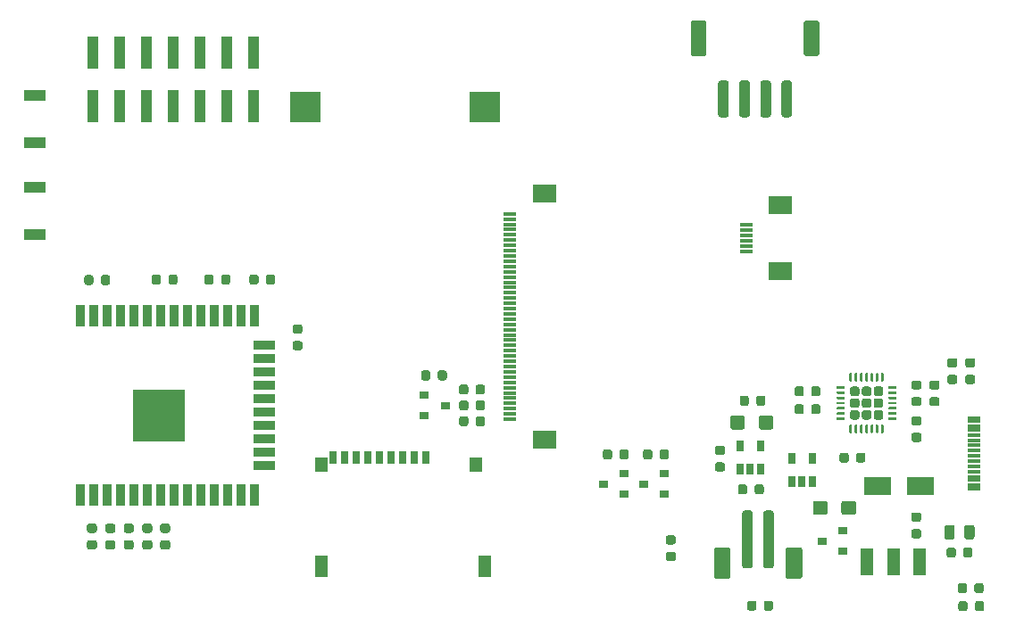
<source format=gtp>
G04 #@! TF.GenerationSoftware,KiCad,Pcbnew,(5.1.6-0)*
G04 #@! TF.CreationDate,2022-04-06T12:43:26+02:00*
G04 #@! TF.ProjectId,ESP32_TFT_bridgedpads,45535033-325f-4544-9654-5f6272696467,rev?*
G04 #@! TF.SameCoordinates,Original*
G04 #@! TF.FileFunction,Paste,Top*
G04 #@! TF.FilePolarity,Positive*
%FSLAX46Y46*%
G04 Gerber Fmt 4.6, Leading zero omitted, Abs format (unit mm)*
G04 Created by KiCad (PCBNEW (5.1.6-0)) date 2022-04-06 12:43:26*
%MOMM*%
%LPD*%
G01*
G04 APERTURE LIST*
%ADD10R,1.250000X2.500000*%
%ADD11R,1.150000X0.300000*%
%ADD12R,3.000000X3.000000*%
%ADD13R,0.900000X0.800000*%
%ADD14R,1.000000X3.150000*%
%ADD15R,2.200000X1.800000*%
%ADD16R,1.300000X0.300000*%
%ADD17R,2.000000X1.050000*%
%ADD18R,5.000000X5.000000*%
%ADD19R,0.900000X2.000000*%
%ADD20R,2.000000X0.900000*%
%ADD21R,2.500000X1.800000*%
%ADD22R,0.650000X1.060000*%
%ADD23R,0.700000X1.300000*%
%ADD24R,1.200000X1.400000*%
%ADD25R,1.200000X2.000000*%
G04 APERTURE END LIST*
D10*
X125830000Y-88830000D03*
X123330000Y-88830000D03*
X120830000Y-88830000D03*
D11*
X130930000Y-75150000D03*
X130930000Y-75950000D03*
X130930000Y-80750000D03*
X130930000Y-81550000D03*
X130930000Y-81850000D03*
X130930000Y-81050000D03*
X130930000Y-80250000D03*
X130930000Y-79750000D03*
X130930000Y-79250000D03*
X130930000Y-78750000D03*
X130930000Y-78250000D03*
X130930000Y-77750000D03*
X130930000Y-77250000D03*
X130930000Y-76750000D03*
X130930000Y-76250000D03*
X130930000Y-75450000D03*
G36*
G01*
X130343750Y-71050000D02*
X130856250Y-71050000D01*
G75*
G02*
X131075000Y-71268750I0J-218750D01*
G01*
X131075000Y-71706250D01*
G75*
G02*
X130856250Y-71925000I-218750J0D01*
G01*
X130343750Y-71925000D01*
G75*
G02*
X130125000Y-71706250I0J218750D01*
G01*
X130125000Y-71268750D01*
G75*
G02*
X130343750Y-71050000I218750J0D01*
G01*
G37*
G36*
G01*
X130343750Y-69475000D02*
X130856250Y-69475000D01*
G75*
G02*
X131075000Y-69693750I0J-218750D01*
G01*
X131075000Y-70131250D01*
G75*
G02*
X130856250Y-70350000I-218750J0D01*
G01*
X130343750Y-70350000D01*
G75*
G02*
X130125000Y-70131250I0J218750D01*
G01*
X130125000Y-69693750D01*
G75*
G02*
X130343750Y-69475000I218750J0D01*
G01*
G37*
G36*
G01*
X128643750Y-71050000D02*
X129156250Y-71050000D01*
G75*
G02*
X129375000Y-71268750I0J-218750D01*
G01*
X129375000Y-71706250D01*
G75*
G02*
X129156250Y-71925000I-218750J0D01*
G01*
X128643750Y-71925000D01*
G75*
G02*
X128425000Y-71706250I0J218750D01*
G01*
X128425000Y-71268750D01*
G75*
G02*
X128643750Y-71050000I218750J0D01*
G01*
G37*
G36*
G01*
X128643750Y-69475000D02*
X129156250Y-69475000D01*
G75*
G02*
X129375000Y-69693750I0J-218750D01*
G01*
X129375000Y-70131250D01*
G75*
G02*
X129156250Y-70350000I-218750J0D01*
G01*
X128643750Y-70350000D01*
G75*
G02*
X128425000Y-70131250I0J218750D01*
G01*
X128425000Y-69693750D01*
G75*
G02*
X128643750Y-69475000I218750J0D01*
G01*
G37*
G36*
G01*
X130030000Y-86446250D02*
X130030000Y-85533750D01*
G75*
G02*
X130273750Y-85290000I243750J0D01*
G01*
X130761250Y-85290000D01*
G75*
G02*
X131005000Y-85533750I0J-243750D01*
G01*
X131005000Y-86446250D01*
G75*
G02*
X130761250Y-86690000I-243750J0D01*
G01*
X130273750Y-86690000D01*
G75*
G02*
X130030000Y-86446250I0J243750D01*
G01*
G37*
G36*
G01*
X128155000Y-86446250D02*
X128155000Y-85533750D01*
G75*
G02*
X128398750Y-85290000I243750J0D01*
G01*
X128886250Y-85290000D01*
G75*
G02*
X129130000Y-85533750I0J-243750D01*
G01*
X129130000Y-86446250D01*
G75*
G02*
X128886250Y-86690000I-243750J0D01*
G01*
X128398750Y-86690000D01*
G75*
G02*
X128155000Y-86446250I0J243750D01*
G01*
G37*
G36*
G01*
X129940000Y-88176250D02*
X129940000Y-87663750D01*
G75*
G02*
X130158750Y-87445000I218750J0D01*
G01*
X130596250Y-87445000D01*
G75*
G02*
X130815000Y-87663750I0J-218750D01*
G01*
X130815000Y-88176250D01*
G75*
G02*
X130596250Y-88395000I-218750J0D01*
G01*
X130158750Y-88395000D01*
G75*
G02*
X129940000Y-88176250I0J218750D01*
G01*
G37*
G36*
G01*
X128365000Y-88176250D02*
X128365000Y-87663750D01*
G75*
G02*
X128583750Y-87445000I218750J0D01*
G01*
X129021250Y-87445000D01*
G75*
G02*
X129240000Y-87663750I0J-218750D01*
G01*
X129240000Y-88176250D01*
G75*
G02*
X129021250Y-88395000I-218750J0D01*
G01*
X128583750Y-88395000D01*
G75*
G02*
X128365000Y-88176250I0J218750D01*
G01*
G37*
D12*
X84550000Y-45650000D03*
X67550000Y-45650000D03*
G36*
G01*
X58850000Y-61743750D02*
X58850000Y-62256250D01*
G75*
G02*
X58631250Y-62475000I-218750J0D01*
G01*
X58193750Y-62475000D01*
G75*
G02*
X57975000Y-62256250I0J218750D01*
G01*
X57975000Y-61743750D01*
G75*
G02*
X58193750Y-61525000I218750J0D01*
G01*
X58631250Y-61525000D01*
G75*
G02*
X58850000Y-61743750I0J-218750D01*
G01*
G37*
G36*
G01*
X60425000Y-61743750D02*
X60425000Y-62256250D01*
G75*
G02*
X60206250Y-62475000I-218750J0D01*
G01*
X59768750Y-62475000D01*
G75*
G02*
X59550000Y-62256250I0J218750D01*
G01*
X59550000Y-61743750D01*
G75*
G02*
X59768750Y-61525000I218750J0D01*
G01*
X60206250Y-61525000D01*
G75*
G02*
X60425000Y-61743750I0J-218750D01*
G01*
G37*
G36*
G01*
X131000000Y-91556250D02*
X131000000Y-91043750D01*
G75*
G02*
X131218750Y-90825000I218750J0D01*
G01*
X131656250Y-90825000D01*
G75*
G02*
X131875000Y-91043750I0J-218750D01*
G01*
X131875000Y-91556250D01*
G75*
G02*
X131656250Y-91775000I-218750J0D01*
G01*
X131218750Y-91775000D01*
G75*
G02*
X131000000Y-91556250I0J218750D01*
G01*
G37*
G36*
G01*
X129425000Y-91556250D02*
X129425000Y-91043750D01*
G75*
G02*
X129643750Y-90825000I218750J0D01*
G01*
X130081250Y-90825000D01*
G75*
G02*
X130300000Y-91043750I0J-218750D01*
G01*
X130300000Y-91556250D01*
G75*
G02*
X130081250Y-91775000I-218750J0D01*
G01*
X129643750Y-91775000D01*
G75*
G02*
X129425000Y-91556250I0J218750D01*
G01*
G37*
G36*
G01*
X83700000Y-75706250D02*
X83700000Y-75193750D01*
G75*
G02*
X83918750Y-74975000I218750J0D01*
G01*
X84356250Y-74975000D01*
G75*
G02*
X84575000Y-75193750I0J-218750D01*
G01*
X84575000Y-75706250D01*
G75*
G02*
X84356250Y-75925000I-218750J0D01*
G01*
X83918750Y-75925000D01*
G75*
G02*
X83700000Y-75706250I0J218750D01*
G01*
G37*
G36*
G01*
X82125000Y-75706250D02*
X82125000Y-75193750D01*
G75*
G02*
X82343750Y-74975000I218750J0D01*
G01*
X82781250Y-74975000D01*
G75*
G02*
X83000000Y-75193750I0J-218750D01*
G01*
X83000000Y-75706250D01*
G75*
G02*
X82781250Y-75925000I-218750J0D01*
G01*
X82343750Y-75925000D01*
G75*
G02*
X82125000Y-75706250I0J218750D01*
G01*
G37*
G36*
G01*
X83700000Y-74206250D02*
X83700000Y-73693750D01*
G75*
G02*
X83918750Y-73475000I218750J0D01*
G01*
X84356250Y-73475000D01*
G75*
G02*
X84575000Y-73693750I0J-218750D01*
G01*
X84575000Y-74206250D01*
G75*
G02*
X84356250Y-74425000I-218750J0D01*
G01*
X83918750Y-74425000D01*
G75*
G02*
X83700000Y-74206250I0J218750D01*
G01*
G37*
G36*
G01*
X82125000Y-74206250D02*
X82125000Y-73693750D01*
G75*
G02*
X82343750Y-73475000I218750J0D01*
G01*
X82781250Y-73475000D01*
G75*
G02*
X83000000Y-73693750I0J-218750D01*
G01*
X83000000Y-74206250D01*
G75*
G02*
X82781250Y-74425000I-218750J0D01*
G01*
X82343750Y-74425000D01*
G75*
G02*
X82125000Y-74206250I0J218750D01*
G01*
G37*
G36*
G01*
X83700000Y-72706250D02*
X83700000Y-72193750D01*
G75*
G02*
X83918750Y-71975000I218750J0D01*
G01*
X84356250Y-71975000D01*
G75*
G02*
X84575000Y-72193750I0J-218750D01*
G01*
X84575000Y-72706250D01*
G75*
G02*
X84356250Y-72925000I-218750J0D01*
G01*
X83918750Y-72925000D01*
G75*
G02*
X83700000Y-72706250I0J218750D01*
G01*
G37*
G36*
G01*
X82125000Y-72706250D02*
X82125000Y-72193750D01*
G75*
G02*
X82343750Y-71975000I218750J0D01*
G01*
X82781250Y-71975000D01*
G75*
G02*
X83000000Y-72193750I0J-218750D01*
G01*
X83000000Y-72706250D01*
G75*
G02*
X82781250Y-72925000I-218750J0D01*
G01*
X82343750Y-72925000D01*
G75*
G02*
X82125000Y-72706250I0J218750D01*
G01*
G37*
G36*
G01*
X79400000Y-70843750D02*
X79400000Y-71356250D01*
G75*
G02*
X79181250Y-71575000I-218750J0D01*
G01*
X78743750Y-71575000D01*
G75*
G02*
X78525000Y-71356250I0J218750D01*
G01*
X78525000Y-70843750D01*
G75*
G02*
X78743750Y-70625000I218750J0D01*
G01*
X79181250Y-70625000D01*
G75*
G02*
X79400000Y-70843750I0J-218750D01*
G01*
G37*
G36*
G01*
X80975000Y-70843750D02*
X80975000Y-71356250D01*
G75*
G02*
X80756250Y-71575000I-218750J0D01*
G01*
X80318750Y-71575000D01*
G75*
G02*
X80100000Y-71356250I0J218750D01*
G01*
X80100000Y-70843750D01*
G75*
G02*
X80318750Y-70625000I218750J0D01*
G01*
X80756250Y-70625000D01*
G75*
G02*
X80975000Y-70843750I0J-218750D01*
G01*
G37*
G36*
G01*
X48150000Y-62306250D02*
X48150000Y-61793750D01*
G75*
G02*
X48368750Y-61575000I218750J0D01*
G01*
X48806250Y-61575000D01*
G75*
G02*
X49025000Y-61793750I0J-218750D01*
G01*
X49025000Y-62306250D01*
G75*
G02*
X48806250Y-62525000I-218750J0D01*
G01*
X48368750Y-62525000D01*
G75*
G02*
X48150000Y-62306250I0J218750D01*
G01*
G37*
G36*
G01*
X46575000Y-62306250D02*
X46575000Y-61793750D01*
G75*
G02*
X46793750Y-61575000I218750J0D01*
G01*
X47231250Y-61575000D01*
G75*
G02*
X47450000Y-61793750I0J-218750D01*
G01*
X47450000Y-62306250D01*
G75*
G02*
X47231250Y-62525000I-218750J0D01*
G01*
X46793750Y-62525000D01*
G75*
G02*
X46575000Y-62306250I0J218750D01*
G01*
G37*
G36*
G01*
X53850000Y-61743750D02*
X53850000Y-62256250D01*
G75*
G02*
X53631250Y-62475000I-218750J0D01*
G01*
X53193750Y-62475000D01*
G75*
G02*
X52975000Y-62256250I0J218750D01*
G01*
X52975000Y-61743750D01*
G75*
G02*
X53193750Y-61525000I218750J0D01*
G01*
X53631250Y-61525000D01*
G75*
G02*
X53850000Y-61743750I0J-218750D01*
G01*
G37*
G36*
G01*
X55425000Y-61743750D02*
X55425000Y-62256250D01*
G75*
G02*
X55206250Y-62475000I-218750J0D01*
G01*
X54768750Y-62475000D01*
G75*
G02*
X54550000Y-62256250I0J218750D01*
G01*
X54550000Y-61743750D01*
G75*
G02*
X54768750Y-61525000I218750J0D01*
G01*
X55206250Y-61525000D01*
G75*
G02*
X55425000Y-61743750I0J-218750D01*
G01*
G37*
D13*
X80800000Y-73950000D03*
X78800000Y-74900000D03*
X78800000Y-73000000D03*
D14*
X62620000Y-40475000D03*
X62620000Y-45525000D03*
X60080000Y-40475000D03*
X60080000Y-45525000D03*
X57540000Y-40475000D03*
X57540000Y-45525000D03*
X55000000Y-40475000D03*
X55000000Y-45525000D03*
X52460000Y-40475000D03*
X52460000Y-45525000D03*
X49920000Y-40475000D03*
X49920000Y-45525000D03*
X47380000Y-40475000D03*
X47380000Y-45525000D03*
G36*
G01*
X131050000Y-93256250D02*
X131050000Y-92743750D01*
G75*
G02*
X131268750Y-92525000I218750J0D01*
G01*
X131706250Y-92525000D01*
G75*
G02*
X131925000Y-92743750I0J-218750D01*
G01*
X131925000Y-93256250D01*
G75*
G02*
X131706250Y-93475000I-218750J0D01*
G01*
X131268750Y-93475000D01*
G75*
G02*
X131050000Y-93256250I0J218750D01*
G01*
G37*
G36*
G01*
X129475000Y-93256250D02*
X129475000Y-92743750D01*
G75*
G02*
X129693750Y-92525000I218750J0D01*
G01*
X130131250Y-92525000D01*
G75*
G02*
X130350000Y-92743750I0J-218750D01*
G01*
X130350000Y-93256250D01*
G75*
G02*
X130131250Y-93475000I-218750J0D01*
G01*
X129693750Y-93475000D01*
G75*
G02*
X129475000Y-93256250I0J218750D01*
G01*
G37*
G36*
G01*
X111980000Y-84170000D02*
X111980000Y-89170000D01*
G75*
G02*
X111730000Y-89420000I-250000J0D01*
G01*
X111230000Y-89420000D01*
G75*
G02*
X110980000Y-89170000I0J250000D01*
G01*
X110980000Y-84170000D01*
G75*
G02*
X111230000Y-83920000I250000J0D01*
G01*
X111730000Y-83920000D01*
G75*
G02*
X111980000Y-84170000I0J-250000D01*
G01*
G37*
G36*
G01*
X109980000Y-84170001D02*
X109980000Y-89169999D01*
G75*
G02*
X109730000Y-89419999I-250000J0D01*
G01*
X109230000Y-89419999D01*
G75*
G02*
X108980000Y-89169999I0J250000D01*
G01*
X108980000Y-84170001D01*
G75*
G02*
X109230000Y-83920001I250000J0D01*
G01*
X109730000Y-83920001D01*
G75*
G02*
X109980000Y-84170001I0J-250000D01*
G01*
G37*
G36*
G01*
X114680000Y-87670000D02*
X114680000Y-90170000D01*
G75*
G02*
X114430000Y-90420000I-250000J0D01*
G01*
X113330000Y-90420000D01*
G75*
G02*
X113080000Y-90170000I0J250000D01*
G01*
X113080000Y-87670000D01*
G75*
G02*
X113330000Y-87420000I250000J0D01*
G01*
X114430000Y-87420000D01*
G75*
G02*
X114680000Y-87670000I0J-250000D01*
G01*
G37*
G36*
G01*
X107880000Y-87670000D02*
X107880000Y-90170000D01*
G75*
G02*
X107630000Y-90420000I-250000J0D01*
G01*
X106530000Y-90420000D01*
G75*
G02*
X106280000Y-90170000I0J250000D01*
G01*
X106280000Y-87670000D01*
G75*
G02*
X106530000Y-87420000I250000J0D01*
G01*
X107630000Y-87420000D01*
G75*
G02*
X107880000Y-87670000I0J-250000D01*
G01*
G37*
G36*
G01*
X119080000Y-78653750D02*
X119080000Y-79166250D01*
G75*
G02*
X118861250Y-79385000I-218750J0D01*
G01*
X118423750Y-79385000D01*
G75*
G02*
X118205000Y-79166250I0J218750D01*
G01*
X118205000Y-78653750D01*
G75*
G02*
X118423750Y-78435000I218750J0D01*
G01*
X118861250Y-78435000D01*
G75*
G02*
X119080000Y-78653750I0J-218750D01*
G01*
G37*
G36*
G01*
X120655000Y-78653750D02*
X120655000Y-79166250D01*
G75*
G02*
X120436250Y-79385000I-218750J0D01*
G01*
X119998750Y-79385000D01*
G75*
G02*
X119780000Y-79166250I0J218750D01*
G01*
X119780000Y-78653750D01*
G75*
G02*
X119998750Y-78435000I218750J0D01*
G01*
X120436250Y-78435000D01*
G75*
G02*
X120655000Y-78653750I0J-218750D01*
G01*
G37*
D15*
X90200000Y-53860000D03*
X90200000Y-77160000D03*
D16*
X86950000Y-75260000D03*
X86950000Y-74760000D03*
X86950000Y-74260000D03*
X86950000Y-73760000D03*
X86950000Y-73260000D03*
X86950000Y-72760000D03*
X86950000Y-72260000D03*
X86950000Y-71760000D03*
X86950000Y-71260000D03*
X86950000Y-70760000D03*
X86950000Y-70260000D03*
X86950000Y-69760000D03*
X86950000Y-69260000D03*
X86950000Y-68760000D03*
X86950000Y-68260000D03*
X86950000Y-67760000D03*
X86950000Y-67260000D03*
X86950000Y-66760000D03*
X86950000Y-66260000D03*
X86950000Y-65760000D03*
X86950000Y-65260000D03*
X86950000Y-64760000D03*
X86950000Y-64260000D03*
X86950000Y-63760000D03*
X86950000Y-63260000D03*
X86950000Y-62760000D03*
X86950000Y-62260000D03*
X86950000Y-61760000D03*
X86950000Y-61260000D03*
X86950000Y-60760000D03*
X86950000Y-60260000D03*
X86950000Y-59760000D03*
X86950000Y-59260000D03*
X86950000Y-58760000D03*
X86950000Y-58260000D03*
X86950000Y-57760000D03*
X86950000Y-57260000D03*
X86950000Y-56760000D03*
X86950000Y-56260000D03*
X86950000Y-55760000D03*
D17*
X41900000Y-53275000D03*
X41900000Y-57725000D03*
X41930000Y-49000000D03*
X41930000Y-44550000D03*
D18*
X53675000Y-74930000D03*
D19*
X46175000Y-82430000D03*
X47445000Y-82430000D03*
X48715000Y-82430000D03*
X49985000Y-82430000D03*
X51255000Y-82430000D03*
X52525000Y-82430000D03*
X53795000Y-82430000D03*
X55065000Y-82430000D03*
X56335000Y-82430000D03*
X57605000Y-82430000D03*
X58875000Y-82430000D03*
X60145000Y-82430000D03*
X61415000Y-82430000D03*
X62685000Y-82430000D03*
D20*
X63685000Y-79645000D03*
X63685000Y-78375000D03*
X63685000Y-77105000D03*
X63685000Y-75835000D03*
X63685000Y-74565000D03*
X63685000Y-73295000D03*
X63685000Y-72025000D03*
X63685000Y-70755000D03*
X63685000Y-69485000D03*
X63685000Y-68215000D03*
D19*
X62685000Y-65430000D03*
X61415000Y-65430000D03*
X60145000Y-65430000D03*
X58875000Y-65430000D03*
X57605000Y-65430000D03*
X56335000Y-65430000D03*
X55065000Y-65430000D03*
X53795000Y-65430000D03*
X52525000Y-65430000D03*
X51255000Y-65430000D03*
X49985000Y-65430000D03*
X48715000Y-65430000D03*
X47445000Y-65430000D03*
X46175000Y-65430000D03*
G36*
G01*
X125243750Y-74975000D02*
X125756250Y-74975000D01*
G75*
G02*
X125975000Y-75193750I0J-218750D01*
G01*
X125975000Y-75631250D01*
G75*
G02*
X125756250Y-75850000I-218750J0D01*
G01*
X125243750Y-75850000D01*
G75*
G02*
X125025000Y-75631250I0J218750D01*
G01*
X125025000Y-75193750D01*
G75*
G02*
X125243750Y-74975000I218750J0D01*
G01*
G37*
G36*
G01*
X125243750Y-76550000D02*
X125756250Y-76550000D01*
G75*
G02*
X125975000Y-76768750I0J-218750D01*
G01*
X125975000Y-77206250D01*
G75*
G02*
X125756250Y-77425000I-218750J0D01*
G01*
X125243750Y-77425000D01*
G75*
G02*
X125025000Y-77206250I0J218750D01*
G01*
X125025000Y-76768750D01*
G75*
G02*
X125243750Y-76550000I218750J0D01*
G01*
G37*
G36*
G01*
X118380000Y-84105001D02*
X118380000Y-83254999D01*
G75*
G02*
X118629999Y-83005000I249999J0D01*
G01*
X119530001Y-83005000D01*
G75*
G02*
X119780000Y-83254999I0J-249999D01*
G01*
X119780000Y-84105001D01*
G75*
G02*
X119530001Y-84355000I-249999J0D01*
G01*
X118629999Y-84355000D01*
G75*
G02*
X118380000Y-84105001I0J249999D01*
G01*
G37*
G36*
G01*
X115680000Y-84105001D02*
X115680000Y-83254999D01*
G75*
G02*
X115929999Y-83005000I249999J0D01*
G01*
X116830001Y-83005000D01*
G75*
G02*
X117080000Y-83254999I0J-249999D01*
G01*
X117080000Y-84105001D01*
G75*
G02*
X116830001Y-84355000I-249999J0D01*
G01*
X115929999Y-84355000D01*
G75*
G02*
X115680000Y-84105001I0J249999D01*
G01*
G37*
G36*
G01*
X111940000Y-75144999D02*
X111940000Y-75995001D01*
G75*
G02*
X111690001Y-76245000I-249999J0D01*
G01*
X110789999Y-76245000D01*
G75*
G02*
X110540000Y-75995001I0J249999D01*
G01*
X110540000Y-75144999D01*
G75*
G02*
X110789999Y-74895000I249999J0D01*
G01*
X111690001Y-74895000D01*
G75*
G02*
X111940000Y-75144999I0J-249999D01*
G01*
G37*
G36*
G01*
X109240000Y-75144999D02*
X109240000Y-75995001D01*
G75*
G02*
X108990001Y-76245000I-249999J0D01*
G01*
X108089999Y-76245000D01*
G75*
G02*
X107840000Y-75995001I0J249999D01*
G01*
X107840000Y-75144999D01*
G75*
G02*
X108089999Y-74895000I249999J0D01*
G01*
X108990001Y-74895000D01*
G75*
G02*
X109240000Y-75144999I0J-249999D01*
G01*
G37*
G36*
G01*
X47043750Y-85175000D02*
X47556250Y-85175000D01*
G75*
G02*
X47775000Y-85393750I0J-218750D01*
G01*
X47775000Y-85831250D01*
G75*
G02*
X47556250Y-86050000I-218750J0D01*
G01*
X47043750Y-86050000D01*
G75*
G02*
X46825000Y-85831250I0J218750D01*
G01*
X46825000Y-85393750D01*
G75*
G02*
X47043750Y-85175000I218750J0D01*
G01*
G37*
G36*
G01*
X47043750Y-86750000D02*
X47556250Y-86750000D01*
G75*
G02*
X47775000Y-86968750I0J-218750D01*
G01*
X47775000Y-87406250D01*
G75*
G02*
X47556250Y-87625000I-218750J0D01*
G01*
X47043750Y-87625000D01*
G75*
G02*
X46825000Y-87406250I0J218750D01*
G01*
X46825000Y-86968750D01*
G75*
G02*
X47043750Y-86750000I218750J0D01*
G01*
G37*
G36*
G01*
X111185000Y-73253750D02*
X111185000Y-73766250D01*
G75*
G02*
X110966250Y-73985000I-218750J0D01*
G01*
X110528750Y-73985000D01*
G75*
G02*
X110310000Y-73766250I0J218750D01*
G01*
X110310000Y-73253750D01*
G75*
G02*
X110528750Y-73035000I218750J0D01*
G01*
X110966250Y-73035000D01*
G75*
G02*
X111185000Y-73253750I0J-218750D01*
G01*
G37*
G36*
G01*
X109610000Y-73253750D02*
X109610000Y-73766250D01*
G75*
G02*
X109391250Y-73985000I-218750J0D01*
G01*
X108953750Y-73985000D01*
G75*
G02*
X108735000Y-73766250I0J218750D01*
G01*
X108735000Y-73253750D01*
G75*
G02*
X108953750Y-73035000I218750J0D01*
G01*
X109391250Y-73035000D01*
G75*
G02*
X109610000Y-73253750I0J-218750D01*
G01*
G37*
G36*
G01*
X50543750Y-85175000D02*
X51056250Y-85175000D01*
G75*
G02*
X51275000Y-85393750I0J-218750D01*
G01*
X51275000Y-85831250D01*
G75*
G02*
X51056250Y-86050000I-218750J0D01*
G01*
X50543750Y-86050000D01*
G75*
G02*
X50325000Y-85831250I0J218750D01*
G01*
X50325000Y-85393750D01*
G75*
G02*
X50543750Y-85175000I218750J0D01*
G01*
G37*
G36*
G01*
X50543750Y-86750000D02*
X51056250Y-86750000D01*
G75*
G02*
X51275000Y-86968750I0J-218750D01*
G01*
X51275000Y-87406250D01*
G75*
G02*
X51056250Y-87625000I-218750J0D01*
G01*
X50543750Y-87625000D01*
G75*
G02*
X50325000Y-87406250I0J218750D01*
G01*
X50325000Y-86968750D01*
G75*
G02*
X50543750Y-86750000I218750J0D01*
G01*
G37*
G36*
G01*
X109450000Y-81663750D02*
X109450000Y-82176250D01*
G75*
G02*
X109231250Y-82395000I-218750J0D01*
G01*
X108793750Y-82395000D01*
G75*
G02*
X108575000Y-82176250I0J218750D01*
G01*
X108575000Y-81663750D01*
G75*
G02*
X108793750Y-81445000I218750J0D01*
G01*
X109231250Y-81445000D01*
G75*
G02*
X109450000Y-81663750I0J-218750D01*
G01*
G37*
G36*
G01*
X111025000Y-81663750D02*
X111025000Y-82176250D01*
G75*
G02*
X110806250Y-82395000I-218750J0D01*
G01*
X110368750Y-82395000D01*
G75*
G02*
X110150000Y-82176250I0J218750D01*
G01*
X110150000Y-81663750D01*
G75*
G02*
X110368750Y-81445000I218750J0D01*
G01*
X110806250Y-81445000D01*
G75*
G02*
X111025000Y-81663750I0J-218750D01*
G01*
G37*
D21*
X121850000Y-81630000D03*
X125850000Y-81630000D03*
G36*
G01*
X109445000Y-93216250D02*
X109445000Y-92703750D01*
G75*
G02*
X109663750Y-92485000I218750J0D01*
G01*
X110101250Y-92485000D01*
G75*
G02*
X110320000Y-92703750I0J-218750D01*
G01*
X110320000Y-93216250D01*
G75*
G02*
X110101250Y-93435000I-218750J0D01*
G01*
X109663750Y-93435000D01*
G75*
G02*
X109445000Y-93216250I0J218750D01*
G01*
G37*
G36*
G01*
X111020000Y-93216250D02*
X111020000Y-92703750D01*
G75*
G02*
X111238750Y-92485000I218750J0D01*
G01*
X111676250Y-92485000D01*
G75*
G02*
X111895000Y-92703750I0J-218750D01*
G01*
X111895000Y-93216250D01*
G75*
G02*
X111676250Y-93435000I-218750J0D01*
G01*
X111238750Y-93435000D01*
G75*
G02*
X111020000Y-93216250I0J218750D01*
G01*
G37*
D15*
X112580000Y-54920000D03*
X112580000Y-61220000D03*
D16*
X109330000Y-59320000D03*
X109330000Y-58820000D03*
X109330000Y-58320000D03*
X109330000Y-57820000D03*
X109330000Y-57320000D03*
X109330000Y-56820000D03*
D13*
X99600000Y-81400000D03*
X101600000Y-80450000D03*
X101600000Y-82350000D03*
X97800000Y-82350000D03*
X97800000Y-80450000D03*
X95800000Y-81400000D03*
X118530000Y-87770000D03*
X118530000Y-85870000D03*
X116530000Y-86820000D03*
G36*
G01*
X125243750Y-71575000D02*
X125756250Y-71575000D01*
G75*
G02*
X125975000Y-71793750I0J-218750D01*
G01*
X125975000Y-72231250D01*
G75*
G02*
X125756250Y-72450000I-218750J0D01*
G01*
X125243750Y-72450000D01*
G75*
G02*
X125025000Y-72231250I0J218750D01*
G01*
X125025000Y-71793750D01*
G75*
G02*
X125243750Y-71575000I218750J0D01*
G01*
G37*
G36*
G01*
X125243750Y-73150000D02*
X125756250Y-73150000D01*
G75*
G02*
X125975000Y-73368750I0J-218750D01*
G01*
X125975000Y-73806250D01*
G75*
G02*
X125756250Y-74025000I-218750J0D01*
G01*
X125243750Y-74025000D01*
G75*
G02*
X125025000Y-73806250I0J218750D01*
G01*
X125025000Y-73368750D01*
G75*
G02*
X125243750Y-73150000I218750J0D01*
G01*
G37*
G36*
G01*
X127456250Y-72450000D02*
X126943750Y-72450000D01*
G75*
G02*
X126725000Y-72231250I0J218750D01*
G01*
X126725000Y-71793750D01*
G75*
G02*
X126943750Y-71575000I218750J0D01*
G01*
X127456250Y-71575000D01*
G75*
G02*
X127675000Y-71793750I0J-218750D01*
G01*
X127675000Y-72231250D01*
G75*
G02*
X127456250Y-72450000I-218750J0D01*
G01*
G37*
G36*
G01*
X127456250Y-74025000D02*
X126943750Y-74025000D01*
G75*
G02*
X126725000Y-73806250I0J218750D01*
G01*
X126725000Y-73368750D01*
G75*
G02*
X126943750Y-73150000I218750J0D01*
G01*
X127456250Y-73150000D01*
G75*
G02*
X127675000Y-73368750I0J-218750D01*
G01*
X127675000Y-73806250D01*
G75*
G02*
X127456250Y-74025000I-218750J0D01*
G01*
G37*
G36*
G01*
X115520000Y-72866250D02*
X115520000Y-72353750D01*
G75*
G02*
X115738750Y-72135000I218750J0D01*
G01*
X116176250Y-72135000D01*
G75*
G02*
X116395000Y-72353750I0J-218750D01*
G01*
X116395000Y-72866250D01*
G75*
G02*
X116176250Y-73085000I-218750J0D01*
G01*
X115738750Y-73085000D01*
G75*
G02*
X115520000Y-72866250I0J218750D01*
G01*
G37*
G36*
G01*
X113945000Y-72866250D02*
X113945000Y-72353750D01*
G75*
G02*
X114163750Y-72135000I218750J0D01*
G01*
X114601250Y-72135000D01*
G75*
G02*
X114820000Y-72353750I0J-218750D01*
G01*
X114820000Y-72866250D01*
G75*
G02*
X114601250Y-73085000I-218750J0D01*
G01*
X114163750Y-73085000D01*
G75*
G02*
X113945000Y-72866250I0J218750D01*
G01*
G37*
G36*
G01*
X113945000Y-74566250D02*
X113945000Y-74053750D01*
G75*
G02*
X114163750Y-73835000I218750J0D01*
G01*
X114601250Y-73835000D01*
G75*
G02*
X114820000Y-74053750I0J-218750D01*
G01*
X114820000Y-74566250D01*
G75*
G02*
X114601250Y-74785000I-218750J0D01*
G01*
X114163750Y-74785000D01*
G75*
G02*
X113945000Y-74566250I0J218750D01*
G01*
G37*
G36*
G01*
X115520000Y-74566250D02*
X115520000Y-74053750D01*
G75*
G02*
X115738750Y-73835000I218750J0D01*
G01*
X116176250Y-73835000D01*
G75*
G02*
X116395000Y-74053750I0J-218750D01*
G01*
X116395000Y-74566250D01*
G75*
G02*
X116176250Y-74785000I-218750J0D01*
G01*
X115738750Y-74785000D01*
G75*
G02*
X115520000Y-74566250I0J218750D01*
G01*
G37*
G36*
G01*
X95762500Y-78856250D02*
X95762500Y-78343750D01*
G75*
G02*
X95981250Y-78125000I218750J0D01*
G01*
X96418750Y-78125000D01*
G75*
G02*
X96637500Y-78343750I0J-218750D01*
G01*
X96637500Y-78856250D01*
G75*
G02*
X96418750Y-79075000I-218750J0D01*
G01*
X95981250Y-79075000D01*
G75*
G02*
X95762500Y-78856250I0J218750D01*
G01*
G37*
G36*
G01*
X97337500Y-78856250D02*
X97337500Y-78343750D01*
G75*
G02*
X97556250Y-78125000I218750J0D01*
G01*
X97993750Y-78125000D01*
G75*
G02*
X98212500Y-78343750I0J-218750D01*
G01*
X98212500Y-78856250D01*
G75*
G02*
X97993750Y-79075000I-218750J0D01*
G01*
X97556250Y-79075000D01*
G75*
G02*
X97337500Y-78856250I0J218750D01*
G01*
G37*
G36*
G01*
X101150000Y-78856250D02*
X101150000Y-78343750D01*
G75*
G02*
X101368750Y-78125000I218750J0D01*
G01*
X101806250Y-78125000D01*
G75*
G02*
X102025000Y-78343750I0J-218750D01*
G01*
X102025000Y-78856250D01*
G75*
G02*
X101806250Y-79075000I-218750J0D01*
G01*
X101368750Y-79075000D01*
G75*
G02*
X101150000Y-78856250I0J218750D01*
G01*
G37*
G36*
G01*
X99575000Y-78856250D02*
X99575000Y-78343750D01*
G75*
G02*
X99793750Y-78125000I218750J0D01*
G01*
X100231250Y-78125000D01*
G75*
G02*
X100450000Y-78343750I0J-218750D01*
G01*
X100450000Y-78856250D01*
G75*
G02*
X100231250Y-79075000I-218750J0D01*
G01*
X99793750Y-79075000D01*
G75*
G02*
X99575000Y-78856250I0J218750D01*
G01*
G37*
G36*
G01*
X49306250Y-87625000D02*
X48793750Y-87625000D01*
G75*
G02*
X48575000Y-87406250I0J218750D01*
G01*
X48575000Y-86968750D01*
G75*
G02*
X48793750Y-86750000I218750J0D01*
G01*
X49306250Y-86750000D01*
G75*
G02*
X49525000Y-86968750I0J-218750D01*
G01*
X49525000Y-87406250D01*
G75*
G02*
X49306250Y-87625000I-218750J0D01*
G01*
G37*
G36*
G01*
X49306250Y-86050000D02*
X48793750Y-86050000D01*
G75*
G02*
X48575000Y-85831250I0J218750D01*
G01*
X48575000Y-85393750D01*
G75*
G02*
X48793750Y-85175000I218750J0D01*
G01*
X49306250Y-85175000D01*
G75*
G02*
X49525000Y-85393750I0J-218750D01*
G01*
X49525000Y-85831250D01*
G75*
G02*
X49306250Y-86050000I-218750J0D01*
G01*
G37*
G36*
G01*
X125223750Y-84115000D02*
X125736250Y-84115000D01*
G75*
G02*
X125955000Y-84333750I0J-218750D01*
G01*
X125955000Y-84771250D01*
G75*
G02*
X125736250Y-84990000I-218750J0D01*
G01*
X125223750Y-84990000D01*
G75*
G02*
X125005000Y-84771250I0J218750D01*
G01*
X125005000Y-84333750D01*
G75*
G02*
X125223750Y-84115000I218750J0D01*
G01*
G37*
G36*
G01*
X125223750Y-85690000D02*
X125736250Y-85690000D01*
G75*
G02*
X125955000Y-85908750I0J-218750D01*
G01*
X125955000Y-86346250D01*
G75*
G02*
X125736250Y-86565000I-218750J0D01*
G01*
X125223750Y-86565000D01*
G75*
G02*
X125005000Y-86346250I0J218750D01*
G01*
X125005000Y-85908750D01*
G75*
G02*
X125223750Y-85690000I218750J0D01*
G01*
G37*
G36*
G01*
X63100000Y-61743750D02*
X63100000Y-62256250D01*
G75*
G02*
X62881250Y-62475000I-218750J0D01*
G01*
X62443750Y-62475000D01*
G75*
G02*
X62225000Y-62256250I0J218750D01*
G01*
X62225000Y-61743750D01*
G75*
G02*
X62443750Y-61525000I218750J0D01*
G01*
X62881250Y-61525000D01*
G75*
G02*
X63100000Y-61743750I0J-218750D01*
G01*
G37*
G36*
G01*
X64675000Y-61743750D02*
X64675000Y-62256250D01*
G75*
G02*
X64456250Y-62475000I-218750J0D01*
G01*
X64018750Y-62475000D01*
G75*
G02*
X63800000Y-62256250I0J218750D01*
G01*
X63800000Y-61743750D01*
G75*
G02*
X64018750Y-61525000I218750J0D01*
G01*
X64456250Y-61525000D01*
G75*
G02*
X64675000Y-61743750I0J-218750D01*
G01*
G37*
G36*
G01*
X66543750Y-67837500D02*
X67056250Y-67837500D01*
G75*
G02*
X67275000Y-68056250I0J-218750D01*
G01*
X67275000Y-68493750D01*
G75*
G02*
X67056250Y-68712500I-218750J0D01*
G01*
X66543750Y-68712500D01*
G75*
G02*
X66325000Y-68493750I0J218750D01*
G01*
X66325000Y-68056250D01*
G75*
G02*
X66543750Y-67837500I218750J0D01*
G01*
G37*
G36*
G01*
X66543750Y-66262500D02*
X67056250Y-66262500D01*
G75*
G02*
X67275000Y-66481250I0J-218750D01*
G01*
X67275000Y-66918750D01*
G75*
G02*
X67056250Y-67137500I-218750J0D01*
G01*
X66543750Y-67137500D01*
G75*
G02*
X66325000Y-66918750I0J218750D01*
G01*
X66325000Y-66481250D01*
G75*
G02*
X66543750Y-66262500I218750J0D01*
G01*
G37*
G36*
G01*
X102456250Y-88725000D02*
X101943750Y-88725000D01*
G75*
G02*
X101725000Y-88506250I0J218750D01*
G01*
X101725000Y-88068750D01*
G75*
G02*
X101943750Y-87850000I218750J0D01*
G01*
X102456250Y-87850000D01*
G75*
G02*
X102675000Y-88068750I0J-218750D01*
G01*
X102675000Y-88506250D01*
G75*
G02*
X102456250Y-88725000I-218750J0D01*
G01*
G37*
G36*
G01*
X102456250Y-87150000D02*
X101943750Y-87150000D01*
G75*
G02*
X101725000Y-86931250I0J218750D01*
G01*
X101725000Y-86493750D01*
G75*
G02*
X101943750Y-86275000I218750J0D01*
G01*
X102456250Y-86275000D01*
G75*
G02*
X102675000Y-86493750I0J-218750D01*
G01*
X102675000Y-86931250D01*
G75*
G02*
X102456250Y-87150000I-218750J0D01*
G01*
G37*
G36*
G01*
X54506250Y-87625000D02*
X53993750Y-87625000D01*
G75*
G02*
X53775000Y-87406250I0J218750D01*
G01*
X53775000Y-86968750D01*
G75*
G02*
X53993750Y-86750000I218750J0D01*
G01*
X54506250Y-86750000D01*
G75*
G02*
X54725000Y-86968750I0J-218750D01*
G01*
X54725000Y-87406250D01*
G75*
G02*
X54506250Y-87625000I-218750J0D01*
G01*
G37*
G36*
G01*
X54506250Y-86050000D02*
X53993750Y-86050000D01*
G75*
G02*
X53775000Y-85831250I0J218750D01*
G01*
X53775000Y-85393750D01*
G75*
G02*
X53993750Y-85175000I218750J0D01*
G01*
X54506250Y-85175000D01*
G75*
G02*
X54725000Y-85393750I0J-218750D01*
G01*
X54725000Y-85831250D01*
G75*
G02*
X54506250Y-86050000I-218750J0D01*
G01*
G37*
G36*
G01*
X52293750Y-86750000D02*
X52806250Y-86750000D01*
G75*
G02*
X53025000Y-86968750I0J-218750D01*
G01*
X53025000Y-87406250D01*
G75*
G02*
X52806250Y-87625000I-218750J0D01*
G01*
X52293750Y-87625000D01*
G75*
G02*
X52075000Y-87406250I0J218750D01*
G01*
X52075000Y-86968750D01*
G75*
G02*
X52293750Y-86750000I218750J0D01*
G01*
G37*
G36*
G01*
X52293750Y-85175000D02*
X52806250Y-85175000D01*
G75*
G02*
X53025000Y-85393750I0J-218750D01*
G01*
X53025000Y-85831250D01*
G75*
G02*
X52806250Y-86050000I-218750J0D01*
G01*
X52293750Y-86050000D01*
G75*
G02*
X52075000Y-85831250I0J218750D01*
G01*
X52075000Y-85393750D01*
G75*
G02*
X52293750Y-85175000I218750J0D01*
G01*
G37*
G36*
G01*
X106613750Y-79360000D02*
X107126250Y-79360000D01*
G75*
G02*
X107345000Y-79578750I0J-218750D01*
G01*
X107345000Y-80016250D01*
G75*
G02*
X107126250Y-80235000I-218750J0D01*
G01*
X106613750Y-80235000D01*
G75*
G02*
X106395000Y-80016250I0J218750D01*
G01*
X106395000Y-79578750D01*
G75*
G02*
X106613750Y-79360000I218750J0D01*
G01*
G37*
G36*
G01*
X106613750Y-77785000D02*
X107126250Y-77785000D01*
G75*
G02*
X107345000Y-78003750I0J-218750D01*
G01*
X107345000Y-78441250D01*
G75*
G02*
X107126250Y-78660000I-218750J0D01*
G01*
X106613750Y-78660000D01*
G75*
G02*
X106395000Y-78441250I0J218750D01*
G01*
X106395000Y-78003750D01*
G75*
G02*
X106613750Y-77785000I218750J0D01*
G01*
G37*
G36*
G01*
X119332500Y-76580000D02*
X119207500Y-76580000D01*
G75*
G02*
X119145000Y-76517500I0J62500D01*
G01*
X119145000Y-75842500D01*
G75*
G02*
X119207500Y-75780000I62500J0D01*
G01*
X119332500Y-75780000D01*
G75*
G02*
X119395000Y-75842500I0J-62500D01*
G01*
X119395000Y-76517500D01*
G75*
G02*
X119332500Y-76580000I-62500J0D01*
G01*
G37*
G36*
G01*
X119832500Y-76580000D02*
X119707500Y-76580000D01*
G75*
G02*
X119645000Y-76517500I0J62500D01*
G01*
X119645000Y-75842500D01*
G75*
G02*
X119707500Y-75780000I62500J0D01*
G01*
X119832500Y-75780000D01*
G75*
G02*
X119895000Y-75842500I0J-62500D01*
G01*
X119895000Y-76517500D01*
G75*
G02*
X119832500Y-76580000I-62500J0D01*
G01*
G37*
G36*
G01*
X120332500Y-76580000D02*
X120207500Y-76580000D01*
G75*
G02*
X120145000Y-76517500I0J62500D01*
G01*
X120145000Y-75842500D01*
G75*
G02*
X120207500Y-75780000I62500J0D01*
G01*
X120332500Y-75780000D01*
G75*
G02*
X120395000Y-75842500I0J-62500D01*
G01*
X120395000Y-76517500D01*
G75*
G02*
X120332500Y-76580000I-62500J0D01*
G01*
G37*
G36*
G01*
X120832500Y-76580000D02*
X120707500Y-76580000D01*
G75*
G02*
X120645000Y-76517500I0J62500D01*
G01*
X120645000Y-75842500D01*
G75*
G02*
X120707500Y-75780000I62500J0D01*
G01*
X120832500Y-75780000D01*
G75*
G02*
X120895000Y-75842500I0J-62500D01*
G01*
X120895000Y-76517500D01*
G75*
G02*
X120832500Y-76580000I-62500J0D01*
G01*
G37*
G36*
G01*
X121332500Y-76580000D02*
X121207500Y-76580000D01*
G75*
G02*
X121145000Y-76517500I0J62500D01*
G01*
X121145000Y-75842500D01*
G75*
G02*
X121207500Y-75780000I62500J0D01*
G01*
X121332500Y-75780000D01*
G75*
G02*
X121395000Y-75842500I0J-62500D01*
G01*
X121395000Y-76517500D01*
G75*
G02*
X121332500Y-76580000I-62500J0D01*
G01*
G37*
G36*
G01*
X121832500Y-76580000D02*
X121707500Y-76580000D01*
G75*
G02*
X121645000Y-76517500I0J62500D01*
G01*
X121645000Y-75842500D01*
G75*
G02*
X121707500Y-75780000I62500J0D01*
G01*
X121832500Y-75780000D01*
G75*
G02*
X121895000Y-75842500I0J-62500D01*
G01*
X121895000Y-76517500D01*
G75*
G02*
X121832500Y-76580000I-62500J0D01*
G01*
G37*
G36*
G01*
X122332500Y-76580000D02*
X122207500Y-76580000D01*
G75*
G02*
X122145000Y-76517500I0J62500D01*
G01*
X122145000Y-75842500D01*
G75*
G02*
X122207500Y-75780000I62500J0D01*
G01*
X122332500Y-75780000D01*
G75*
G02*
X122395000Y-75842500I0J-62500D01*
G01*
X122395000Y-76517500D01*
G75*
G02*
X122332500Y-76580000I-62500J0D01*
G01*
G37*
G36*
G01*
X123557500Y-75355000D02*
X122882500Y-75355000D01*
G75*
G02*
X122820000Y-75292500I0J62500D01*
G01*
X122820000Y-75167500D01*
G75*
G02*
X122882500Y-75105000I62500J0D01*
G01*
X123557500Y-75105000D01*
G75*
G02*
X123620000Y-75167500I0J-62500D01*
G01*
X123620000Y-75292500D01*
G75*
G02*
X123557500Y-75355000I-62500J0D01*
G01*
G37*
G36*
G01*
X123557500Y-74855000D02*
X122882500Y-74855000D01*
G75*
G02*
X122820000Y-74792500I0J62500D01*
G01*
X122820000Y-74667500D01*
G75*
G02*
X122882500Y-74605000I62500J0D01*
G01*
X123557500Y-74605000D01*
G75*
G02*
X123620000Y-74667500I0J-62500D01*
G01*
X123620000Y-74792500D01*
G75*
G02*
X123557500Y-74855000I-62500J0D01*
G01*
G37*
G36*
G01*
X123557500Y-74355000D02*
X122882500Y-74355000D01*
G75*
G02*
X122820000Y-74292500I0J62500D01*
G01*
X122820000Y-74167500D01*
G75*
G02*
X122882500Y-74105000I62500J0D01*
G01*
X123557500Y-74105000D01*
G75*
G02*
X123620000Y-74167500I0J-62500D01*
G01*
X123620000Y-74292500D01*
G75*
G02*
X123557500Y-74355000I-62500J0D01*
G01*
G37*
G36*
G01*
X123557500Y-73855000D02*
X122882500Y-73855000D01*
G75*
G02*
X122820000Y-73792500I0J62500D01*
G01*
X122820000Y-73667500D01*
G75*
G02*
X122882500Y-73605000I62500J0D01*
G01*
X123557500Y-73605000D01*
G75*
G02*
X123620000Y-73667500I0J-62500D01*
G01*
X123620000Y-73792500D01*
G75*
G02*
X123557500Y-73855000I-62500J0D01*
G01*
G37*
G36*
G01*
X123557500Y-73355000D02*
X122882500Y-73355000D01*
G75*
G02*
X122820000Y-73292500I0J62500D01*
G01*
X122820000Y-73167500D01*
G75*
G02*
X122882500Y-73105000I62500J0D01*
G01*
X123557500Y-73105000D01*
G75*
G02*
X123620000Y-73167500I0J-62500D01*
G01*
X123620000Y-73292500D01*
G75*
G02*
X123557500Y-73355000I-62500J0D01*
G01*
G37*
G36*
G01*
X123557500Y-72855000D02*
X122882500Y-72855000D01*
G75*
G02*
X122820000Y-72792500I0J62500D01*
G01*
X122820000Y-72667500D01*
G75*
G02*
X122882500Y-72605000I62500J0D01*
G01*
X123557500Y-72605000D01*
G75*
G02*
X123620000Y-72667500I0J-62500D01*
G01*
X123620000Y-72792500D01*
G75*
G02*
X123557500Y-72855000I-62500J0D01*
G01*
G37*
G36*
G01*
X123557500Y-72355000D02*
X122882500Y-72355000D01*
G75*
G02*
X122820000Y-72292500I0J62500D01*
G01*
X122820000Y-72167500D01*
G75*
G02*
X122882500Y-72105000I62500J0D01*
G01*
X123557500Y-72105000D01*
G75*
G02*
X123620000Y-72167500I0J-62500D01*
G01*
X123620000Y-72292500D01*
G75*
G02*
X123557500Y-72355000I-62500J0D01*
G01*
G37*
G36*
G01*
X122332500Y-71680000D02*
X122207500Y-71680000D01*
G75*
G02*
X122145000Y-71617500I0J62500D01*
G01*
X122145000Y-70942500D01*
G75*
G02*
X122207500Y-70880000I62500J0D01*
G01*
X122332500Y-70880000D01*
G75*
G02*
X122395000Y-70942500I0J-62500D01*
G01*
X122395000Y-71617500D01*
G75*
G02*
X122332500Y-71680000I-62500J0D01*
G01*
G37*
G36*
G01*
X121832500Y-71680000D02*
X121707500Y-71680000D01*
G75*
G02*
X121645000Y-71617500I0J62500D01*
G01*
X121645000Y-70942500D01*
G75*
G02*
X121707500Y-70880000I62500J0D01*
G01*
X121832500Y-70880000D01*
G75*
G02*
X121895000Y-70942500I0J-62500D01*
G01*
X121895000Y-71617500D01*
G75*
G02*
X121832500Y-71680000I-62500J0D01*
G01*
G37*
G36*
G01*
X121332500Y-71680000D02*
X121207500Y-71680000D01*
G75*
G02*
X121145000Y-71617500I0J62500D01*
G01*
X121145000Y-70942500D01*
G75*
G02*
X121207500Y-70880000I62500J0D01*
G01*
X121332500Y-70880000D01*
G75*
G02*
X121395000Y-70942500I0J-62500D01*
G01*
X121395000Y-71617500D01*
G75*
G02*
X121332500Y-71680000I-62500J0D01*
G01*
G37*
G36*
G01*
X120832500Y-71680000D02*
X120707500Y-71680000D01*
G75*
G02*
X120645000Y-71617500I0J62500D01*
G01*
X120645000Y-70942500D01*
G75*
G02*
X120707500Y-70880000I62500J0D01*
G01*
X120832500Y-70880000D01*
G75*
G02*
X120895000Y-70942500I0J-62500D01*
G01*
X120895000Y-71617500D01*
G75*
G02*
X120832500Y-71680000I-62500J0D01*
G01*
G37*
G36*
G01*
X120332500Y-71680000D02*
X120207500Y-71680000D01*
G75*
G02*
X120145000Y-71617500I0J62500D01*
G01*
X120145000Y-70942500D01*
G75*
G02*
X120207500Y-70880000I62500J0D01*
G01*
X120332500Y-70880000D01*
G75*
G02*
X120395000Y-70942500I0J-62500D01*
G01*
X120395000Y-71617500D01*
G75*
G02*
X120332500Y-71680000I-62500J0D01*
G01*
G37*
G36*
G01*
X119832500Y-71680000D02*
X119707500Y-71680000D01*
G75*
G02*
X119645000Y-71617500I0J62500D01*
G01*
X119645000Y-70942500D01*
G75*
G02*
X119707500Y-70880000I62500J0D01*
G01*
X119832500Y-70880000D01*
G75*
G02*
X119895000Y-70942500I0J-62500D01*
G01*
X119895000Y-71617500D01*
G75*
G02*
X119832500Y-71680000I-62500J0D01*
G01*
G37*
G36*
G01*
X119332500Y-71680000D02*
X119207500Y-71680000D01*
G75*
G02*
X119145000Y-71617500I0J62500D01*
G01*
X119145000Y-70942500D01*
G75*
G02*
X119207500Y-70880000I62500J0D01*
G01*
X119332500Y-70880000D01*
G75*
G02*
X119395000Y-70942500I0J-62500D01*
G01*
X119395000Y-71617500D01*
G75*
G02*
X119332500Y-71680000I-62500J0D01*
G01*
G37*
G36*
G01*
X118657500Y-72355000D02*
X117982500Y-72355000D01*
G75*
G02*
X117920000Y-72292500I0J62500D01*
G01*
X117920000Y-72167500D01*
G75*
G02*
X117982500Y-72105000I62500J0D01*
G01*
X118657500Y-72105000D01*
G75*
G02*
X118720000Y-72167500I0J-62500D01*
G01*
X118720000Y-72292500D01*
G75*
G02*
X118657500Y-72355000I-62500J0D01*
G01*
G37*
G36*
G01*
X118657500Y-72855000D02*
X117982500Y-72855000D01*
G75*
G02*
X117920000Y-72792500I0J62500D01*
G01*
X117920000Y-72667500D01*
G75*
G02*
X117982500Y-72605000I62500J0D01*
G01*
X118657500Y-72605000D01*
G75*
G02*
X118720000Y-72667500I0J-62500D01*
G01*
X118720000Y-72792500D01*
G75*
G02*
X118657500Y-72855000I-62500J0D01*
G01*
G37*
G36*
G01*
X118657500Y-73355000D02*
X117982500Y-73355000D01*
G75*
G02*
X117920000Y-73292500I0J62500D01*
G01*
X117920000Y-73167500D01*
G75*
G02*
X117982500Y-73105000I62500J0D01*
G01*
X118657500Y-73105000D01*
G75*
G02*
X118720000Y-73167500I0J-62500D01*
G01*
X118720000Y-73292500D01*
G75*
G02*
X118657500Y-73355000I-62500J0D01*
G01*
G37*
G36*
G01*
X118657500Y-73855000D02*
X117982500Y-73855000D01*
G75*
G02*
X117920000Y-73792500I0J62500D01*
G01*
X117920000Y-73667500D01*
G75*
G02*
X117982500Y-73605000I62500J0D01*
G01*
X118657500Y-73605000D01*
G75*
G02*
X118720000Y-73667500I0J-62500D01*
G01*
X118720000Y-73792500D01*
G75*
G02*
X118657500Y-73855000I-62500J0D01*
G01*
G37*
G36*
G01*
X118657500Y-74355000D02*
X117982500Y-74355000D01*
G75*
G02*
X117920000Y-74292500I0J62500D01*
G01*
X117920000Y-74167500D01*
G75*
G02*
X117982500Y-74105000I62500J0D01*
G01*
X118657500Y-74105000D01*
G75*
G02*
X118720000Y-74167500I0J-62500D01*
G01*
X118720000Y-74292500D01*
G75*
G02*
X118657500Y-74355000I-62500J0D01*
G01*
G37*
G36*
G01*
X118657500Y-74855000D02*
X117982500Y-74855000D01*
G75*
G02*
X117920000Y-74792500I0J62500D01*
G01*
X117920000Y-74667500D01*
G75*
G02*
X117982500Y-74605000I62500J0D01*
G01*
X118657500Y-74605000D01*
G75*
G02*
X118720000Y-74667500I0J-62500D01*
G01*
X118720000Y-74792500D01*
G75*
G02*
X118657500Y-74855000I-62500J0D01*
G01*
G37*
G36*
G01*
X118657500Y-75355000D02*
X117982500Y-75355000D01*
G75*
G02*
X117920000Y-75292500I0J62500D01*
G01*
X117920000Y-75167500D01*
G75*
G02*
X117982500Y-75105000I62500J0D01*
G01*
X118657500Y-75105000D01*
G75*
G02*
X118720000Y-75167500I0J-62500D01*
G01*
X118720000Y-75292500D01*
G75*
G02*
X118657500Y-75355000I-62500J0D01*
G01*
G37*
G36*
G01*
X119875000Y-75300000D02*
X119425000Y-75300000D01*
G75*
G02*
X119200000Y-75075000I0J225000D01*
G01*
X119200000Y-74625000D01*
G75*
G02*
X119425000Y-74400000I225000J0D01*
G01*
X119875000Y-74400000D01*
G75*
G02*
X120100000Y-74625000I0J-225000D01*
G01*
X120100000Y-75075000D01*
G75*
G02*
X119875000Y-75300000I-225000J0D01*
G01*
G37*
G36*
G01*
X120995000Y-75300000D02*
X120545000Y-75300000D01*
G75*
G02*
X120320000Y-75075000I0J225000D01*
G01*
X120320000Y-74625000D01*
G75*
G02*
X120545000Y-74400000I225000J0D01*
G01*
X120995000Y-74400000D01*
G75*
G02*
X121220000Y-74625000I0J-225000D01*
G01*
X121220000Y-75075000D01*
G75*
G02*
X120995000Y-75300000I-225000J0D01*
G01*
G37*
G36*
G01*
X122115000Y-75300000D02*
X121665000Y-75300000D01*
G75*
G02*
X121440000Y-75075000I0J225000D01*
G01*
X121440000Y-74625000D01*
G75*
G02*
X121665000Y-74400000I225000J0D01*
G01*
X122115000Y-74400000D01*
G75*
G02*
X122340000Y-74625000I0J-225000D01*
G01*
X122340000Y-75075000D01*
G75*
G02*
X122115000Y-75300000I-225000J0D01*
G01*
G37*
G36*
G01*
X119875000Y-74180000D02*
X119425000Y-74180000D01*
G75*
G02*
X119200000Y-73955000I0J225000D01*
G01*
X119200000Y-73505000D01*
G75*
G02*
X119425000Y-73280000I225000J0D01*
G01*
X119875000Y-73280000D01*
G75*
G02*
X120100000Y-73505000I0J-225000D01*
G01*
X120100000Y-73955000D01*
G75*
G02*
X119875000Y-74180000I-225000J0D01*
G01*
G37*
G36*
G01*
X120995000Y-74180000D02*
X120545000Y-74180000D01*
G75*
G02*
X120320000Y-73955000I0J225000D01*
G01*
X120320000Y-73505000D01*
G75*
G02*
X120545000Y-73280000I225000J0D01*
G01*
X120995000Y-73280000D01*
G75*
G02*
X121220000Y-73505000I0J-225000D01*
G01*
X121220000Y-73955000D01*
G75*
G02*
X120995000Y-74180000I-225000J0D01*
G01*
G37*
G36*
G01*
X122115000Y-74180000D02*
X121665000Y-74180000D01*
G75*
G02*
X121440000Y-73955000I0J225000D01*
G01*
X121440000Y-73505000D01*
G75*
G02*
X121665000Y-73280000I225000J0D01*
G01*
X122115000Y-73280000D01*
G75*
G02*
X122340000Y-73505000I0J-225000D01*
G01*
X122340000Y-73955000D01*
G75*
G02*
X122115000Y-74180000I-225000J0D01*
G01*
G37*
G36*
G01*
X119875000Y-73060000D02*
X119425000Y-73060000D01*
G75*
G02*
X119200000Y-72835000I0J225000D01*
G01*
X119200000Y-72385000D01*
G75*
G02*
X119425000Y-72160000I225000J0D01*
G01*
X119875000Y-72160000D01*
G75*
G02*
X120100000Y-72385000I0J-225000D01*
G01*
X120100000Y-72835000D01*
G75*
G02*
X119875000Y-73060000I-225000J0D01*
G01*
G37*
G36*
G01*
X120995000Y-73060000D02*
X120545000Y-73060000D01*
G75*
G02*
X120320000Y-72835000I0J225000D01*
G01*
X120320000Y-72385000D01*
G75*
G02*
X120545000Y-72160000I225000J0D01*
G01*
X120995000Y-72160000D01*
G75*
G02*
X121220000Y-72385000I0J-225000D01*
G01*
X121220000Y-72835000D01*
G75*
G02*
X120995000Y-73060000I-225000J0D01*
G01*
G37*
G36*
G01*
X122115000Y-73060000D02*
X121665000Y-73060000D01*
G75*
G02*
X121440000Y-72835000I0J225000D01*
G01*
X121440000Y-72385000D01*
G75*
G02*
X121665000Y-72160000I225000J0D01*
G01*
X122115000Y-72160000D01*
G75*
G02*
X122340000Y-72385000I0J-225000D01*
G01*
X122340000Y-72835000D01*
G75*
G02*
X122115000Y-73060000I-225000J0D01*
G01*
G37*
D22*
X113710000Y-78970000D03*
X115610000Y-78970000D03*
X115610000Y-81170000D03*
X114660000Y-81170000D03*
X113710000Y-81170000D03*
X108790000Y-80030000D03*
X109740000Y-80030000D03*
X110690000Y-80030000D03*
X110690000Y-77830000D03*
X108790000Y-77830000D03*
G36*
G01*
X113700000Y-43350000D02*
X113700000Y-46350000D01*
G75*
G02*
X113450000Y-46600000I-250000J0D01*
G01*
X112950000Y-46600000D01*
G75*
G02*
X112700000Y-46350000I0J250000D01*
G01*
X112700000Y-43350000D01*
G75*
G02*
X112950000Y-43100000I250000J0D01*
G01*
X113450000Y-43100000D01*
G75*
G02*
X113700000Y-43350000I0J-250000D01*
G01*
G37*
G36*
G01*
X111700000Y-43350000D02*
X111700000Y-46350000D01*
G75*
G02*
X111450000Y-46600000I-250000J0D01*
G01*
X110950000Y-46600000D01*
G75*
G02*
X110700000Y-46350000I0J250000D01*
G01*
X110700000Y-43350000D01*
G75*
G02*
X110950000Y-43100000I250000J0D01*
G01*
X111450000Y-43100000D01*
G75*
G02*
X111700000Y-43350000I0J-250000D01*
G01*
G37*
G36*
G01*
X109700000Y-43350000D02*
X109700000Y-46350000D01*
G75*
G02*
X109450000Y-46600000I-250000J0D01*
G01*
X108950000Y-46600000D01*
G75*
G02*
X108700000Y-46350000I0J250000D01*
G01*
X108700000Y-43350000D01*
G75*
G02*
X108950000Y-43100000I250000J0D01*
G01*
X109450000Y-43100000D01*
G75*
G02*
X109700000Y-43350000I0J-250000D01*
G01*
G37*
G36*
G01*
X107700000Y-43350000D02*
X107700000Y-46350000D01*
G75*
G02*
X107450000Y-46600000I-250000J0D01*
G01*
X106950000Y-46600000D01*
G75*
G02*
X106700000Y-46350000I0J250000D01*
G01*
X106700000Y-43350000D01*
G75*
G02*
X106950000Y-43100000I250000J0D01*
G01*
X107450000Y-43100000D01*
G75*
G02*
X107700000Y-43350000I0J-250000D01*
G01*
G37*
G36*
G01*
X116300000Y-37650000D02*
X116300000Y-40550000D01*
G75*
G02*
X116050000Y-40800000I-250000J0D01*
G01*
X115050000Y-40800000D01*
G75*
G02*
X114800000Y-40550000I0J250000D01*
G01*
X114800000Y-37650000D01*
G75*
G02*
X115050000Y-37400000I250000J0D01*
G01*
X116050000Y-37400000D01*
G75*
G02*
X116300000Y-37650000I0J-250000D01*
G01*
G37*
G36*
G01*
X105600000Y-37650000D02*
X105600000Y-40550000D01*
G75*
G02*
X105350000Y-40800000I-250000J0D01*
G01*
X104350000Y-40800000D01*
G75*
G02*
X104100000Y-40550000I0J250000D01*
G01*
X104100000Y-37650000D01*
G75*
G02*
X104350000Y-37400000I250000J0D01*
G01*
X105350000Y-37400000D01*
G75*
G02*
X105600000Y-37650000I0J-250000D01*
G01*
G37*
D23*
X70150000Y-78910000D03*
D24*
X69050000Y-79560000D03*
X83730000Y-79560000D03*
D25*
X69050000Y-89260000D03*
X84570000Y-89260000D03*
D23*
X71250000Y-78910000D03*
X72350000Y-78910000D03*
X73450000Y-78910000D03*
X74550000Y-78910000D03*
X75650000Y-78910000D03*
X76750000Y-78910000D03*
X77850000Y-78910000D03*
X78950000Y-78910000D03*
M02*

</source>
